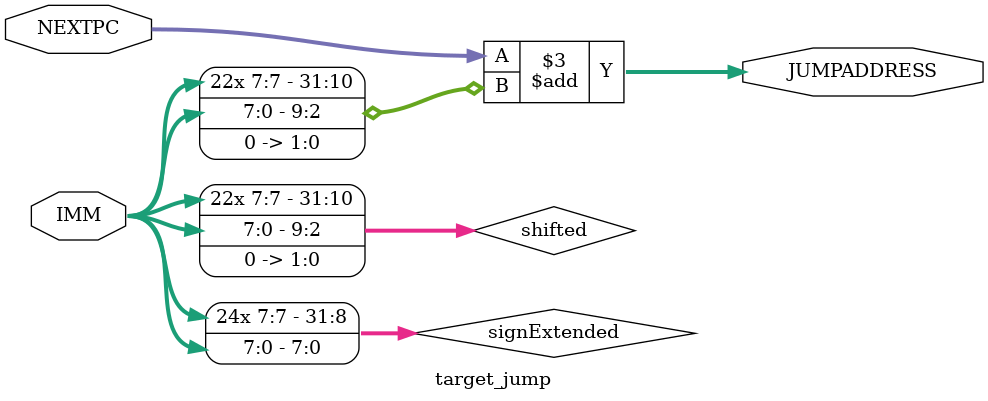
<source format=v>
`include "alu.v"
`include "reg_file.v"
`timescale 1ns/100ps
module cpu(PC, INSTRUCTION, CLK, RESET, READ, WRITE, WRITEDATA, ADDRESS, READDATA, BUSYWAIT);
    input BUSYWAIT;
    input [7:0] READDATA;
    input [31:0] INSTRUCTION;
    input CLK,RESET;
    output [31:0] PC;
    output [7:0] WRITEDATA, ADDRESS;
    output READ,WRITE;

    wire WRITEENABLE, ALUSRC, COMP, ZERO, BRANCH, ANDOUT, JUMP;
    wire [2:0] ALUOP;
    wire [7:0] REGOUT1, REGOUT2, COMP2MUX, MUX2MUX, MUX2ALU, REG2COMP, IMMCOMP, MUX5OUT;
    wire [31:0] NEXTPC, TARGETOUT, JUMPADDRESS, MUX3OUT, MUX4OUT;
    wire REGIN_SELECT;
    wire [7:0] REGIN;

    cpu_mux MUX5(INSTRUCTION[7:0], IMMCOMP, COMP, MUX5OUT);
    twos_complement IMMCOMPLIMENT(INSTRUCTION[7:0], IMMCOMP);
    twos_complement COMPLIMENT(REGOUT2, REG2COMP);
    cpu_mux MUX1(REGOUT2, REG2COMP, COMP, MUX2MUX);  //2s compliment and regout2
    cpu_mux MUX2(MUX2MUX, MUX5OUT, ALUSRC, MUX2ALU); //Immediate value and regout2
    pc_adder PC_ADDER(RESET, PC, NEXTPC, BUSYWAIT);
    control_unit CU(INSTRUCTION[31:24], WRITEENABLE, ALUOP, ALUSRC, COMP, BRANCH, JUMP, READ, WRITE, BUSYWAIT, REGIN_SELECT, CLK);
    regfile REG_FILE(REGIN, WRITEDATA, REGOUT2, INSTRUCTION[18:16], INSTRUCTION[10:8], INSTRUCTION[2:0], WRITEENABLE, CLK, RESET);
    alu ALU(WRITEDATA, MUX2ALU, ADDRESS, ALUOP, ZERO);
    and_gate AND_GATE(BRANCH, ZERO, INSTRUCTION[27], ANDOUT);
    target_Adder TARGET_ADDER(INSTRUCTION[23:16], NEXTPC, TARGETOUT);
    cpu_32mux MUX3(NEXTPC, TARGETOUT, ANDOUT, MUX3OUT);
    cpu_32mux MUX4(MUX3OUT, JUMPADDRESS, JUMP, MUX4OUT);
    target_jump JUMPMODULE(NEXTPC, INSTRUCTION[23:16], JUMPADDRESS);
    program_counter PC_MODULE(PC, MUX4OUT, CLK);
    //data_memory MEM_MODULE(CLK, RESET, READ, WRITE, ALURESULT, REGOUT1, READDATA, BUSYWAIT);
    cpu_mux MUX6(ADDRESS, READDATA, REGIN_SELECT, REGIN);
endmodule

module control_unit(OPCODE, WRITEENABLE, ALUOP, ALUSRC, REG2COMP, BRANCH, JUMP, READMEM, WRITEMEM, BUSYWAIT, REGIN_SELECT, CLK);
    input [7:0] OPCODE;
    input BUSYWAIT,CLK;
    output reg [2:0] ALUOP;
    output reg ALUSRC, REG2COMP, WRITEENABLE, BRANCH, JUMP, READMEM, WRITEMEM, REGIN_SELECT;
    reg READ,WRITE;
    initial begin
        BRANCH = 0;
        JUMP = 0;
        REG2COMP = 0;
        READMEM = 0;
        WRITEMEM = 0;
    end

    //always @(negedge BUSYWAIT) begin
        //READMEM <= 0;
        //WRITEMEM <= 0;
    //end

    always @(posedge CLK) begin
        #6;
        READMEM <= READ;
        WRITEMEM <= WRITE;
    end

    always @(OPCODE) begin

        case(OPCODE)
            //loadi
            8'b00000000:
                begin
                    ALUOP <= #1 3'b000;    // ALUOP - 000 for mov/loadi
                    WRITEENABLE <= #1 1'b1;    // need to write the value in the register
                    REG2COMP <= #1 1'b0;   // need immediate value without complementing it
                    ALUSRC <= #1 1'b1;    // 1 because we need to get the immediate value in the instruction
                    JUMP <= #1 1'b0;   // 0 because we don't need to jump
                    BRANCH <= #1 1'b0; // 0 because we don't need to branch
                    READ <= 1'b0;   
                    WRITE <= 1'b0;
                    REGIN_SELECT <= #1 1'b0;
                end

            //mov
            8'b00000001:
                begin
                    ALUOP <= #1 3'b000;         // ALUOP - 000 for mov/loadi
                    WRITEENABLE <= #1 1'b1;      // need to write the value in the register
                    REG2COMP <= #1 1'b0; // need value in reg2 without complementing it
                    ALUSRC <= #1 1'b0;    // 0 because we need to get the value in the register2
                    JUMP <= #1 1'b0;            // 0 because we don't need to jump
                    BRANCH <= #1 1'b0;          // 0 because we don't need to branch
                    READ <=  1'b0;   
                    WRITE <= 1'b0;
                    REGIN_SELECT <= #1 1'b0;
                end

            //ADD
            8'b00000010:
                begin
                    ALUOP <= #1 3'b001;         // ALUOP - 001 for add/sub
                    WRITEENABLE <= #1 1'b1;      // need to write the value in the register
                    REG2COMP <= #1 1'b0; // need value in reg2 without complementing it
                    ALUSRC <= #1 1'b0;    // 0 because we need to get the value in the register2
                    JUMP <= #1 1'b0;            // 0 because we don't need to jump
                    BRANCH <= #1 1'b0;          // 0 because we don't need to branch
                    READ <= 1'b0;   
                    WRITE <= 1'b0;
                    REGIN_SELECT <= #1 1'b0;
                end

            //SUB
            8'b00000011:
                begin
                    ALUOP <= #1 3'b001;        // ALUOP - 001 for add/sub
                    WRITEENABLE <= #1 1'b1;    // need to write the value in the register
                    REG2COMP <= #1 1'b1;       // need value in reg2 with complementing it
                    ALUSRC <= #1 1'b0;         // 0 because we need to get the value in the register2
                    JUMP <= #1 1'b0;           // 0 because we don't need to jump
                    BRANCH <= #1 1'b0;         // 0 because we don't need to branch
                    READ <= 1'b0;   
                    WRITE <= 1'b0;
                    REGIN_SELECT <= #1 1'b0;
                end

            //AND
            8'b00000100:
                begin
                    ALUOP <= #1 3'b010;         // ALUOP - 010 for and
                    WRITEENABLE <= #1 1'b1;      // need to write the value in the register
                    REG2COMP <= #1 1'b0; // need value in reg2 without complement it
                    ALUSRC <= #1 1'b0;    // 0 because we need to get the value in the register2
                    JUMP <= #1 1'b0;            // 0 because we don't need to jump
                    BRANCH <= #1 1'b0;          // 0 because we don't need to branch
                    READ <= 1'b0;   
                    WRITE <= 1'b0;
                    REGIN_SELECT <= #1 1'b0;
                end

            //OR
            8'b00000101:
                begin
                    ALUOP <= #1 3'b011;         // ALUOP - 011 for or
                    WRITEENABLE <= #1 1'b1;      // need to write the value in the register
                    REG2COMP <= #1 1'b0; // need value in reg2 without complement it
                    ALUSRC <= #1 1'b0;    // 1 because we need to get the value in the register2
                    JUMP <= #1 1'b0;            // 0 because we don't need to jump
                    BRANCH <= #1 1'b0;          // 0 because we don't need to branch
                    READ <= 1'b0;   
                    WRITE <= 1'b0;
                    REGIN_SELECT <= #1 1'b0;
                end

            //JUMP
            8'b00000110:
                begin
                    ALUOP <= #1 3'bxxx;         // ALUOP - xxx for jump
                    WRITEENABLE <= #1 1'b0;      // no value to write in the register
                    REG2COMP <= #1 1'b0; // don't need value any value
                    ALUSRC <= #1 1'b1;    // 0 because we need to get the value in the register2
                    JUMP <= #1 1'b1;            // 1 because we do need to jump
                    BRANCH <= #1 1'b0;          // 0 because we don't need to branch
                    READ <= 1'b0;   
                    WRITE <= 1'b0;
                    REGIN_SELECT <= #1 1'bx;
                end

            //BEQ
            8'b00000111:
                begin
                    ALUOP <= #1 3'bxxx;         // ALUOP - xxx for brach - check if equal - zero flag
                    WRITEENABLE <= #1 1'b0;      // no value to write in the register
                    REG2COMP <= #1 1'b1; // need to complement the value in reg2
                    ALUSRC <= #1 1'b0;    // 0 because we need to get the value in the register2
                    JUMP <= #1 1'b0;            // 0 because we don't need to jump
                    BRANCH <= #1 1'b1;          // 1 because we do need to branch
                    READ <= 1'b0;   
                    WRITE <= 1'b0;
                    REGIN_SELECT <= #1 1'bx;
                end
            //MULT
            8'b00001000:
                begin
                    ALUOP <= #1 3'b100;         // ALUOP - 001 for brach - check if equal - zero flag
                    WRITEENABLE <= #1 1'b1;      // neet to write value to the register
                    REG2COMP <= #1 1'b0; // no need to complement the value in reg2
                    ALUSRC <= #1 1'b0;    // 0 because we need to get the value in the register2
                    JUMP <= #1 1'b0;            // 0 because we don't need to jump
                    BRANCH <= #1 1'b0;          // 0 because we don't need to branch
                    READ <= 1'b0;   
                    WRITE <= 1'b0;
                    REGIN_SELECT <= #1 1'bx;
                end
            //SHIFT LEFT
            8'b00001001:
                begin
                    ALUOP <= #1 3'b101;         // ALUOP - 001 for brach - check if equal - zero flag
                    WRITEENABLE <= #1 1'b1;      // neet to write value to the register
                    REG2COMP <= #1 1'b0; // no need to complement the value in reg2
                    ALUSRC <= #1 1'b1;    // 1 because we need to get the immediate value
                    JUMP <= #1 1'b0;            // 0 because we don't need to jump
                    BRANCH <= #1 1'b0;          // 0 because we don't need to branch
                    READ <= 1'b0;   
                    WRITE <= 1'b0;
                    REGIN_SELECT <= #1 1'bx;
                end
            //SHIFT RIGHT
            8'b00001010:
                begin
                    ALUOP <= #1 3'b101;         // ALUOP - 001 for brach - check if equal - zero flag
                    WRITEENABLE <= #1 1'b1;      // neet to write value to the register
                    REG2COMP <= #1 1'b1; // need to complement immediate value
                    ALUSRC <= #1 1'b1;    // 0 because we need to get the value in the register2
                    JUMP <= #1 1'b0;            // 0 because we don't need to jump
                    BRANCH <= #1 1'b0;          // 0 because we don't need to branch
                    READ <= 1'b0;   
                    WRITE <= 1'b0;
                    REGIN_SELECT <= #1 1'bx;
                end
            //ARITHMETIC SHIFT RIGHT
            8'b00001011:
                begin
                    ALUOP <= #1 3'b110;        // ALUOP - 001 for brach - check if equal - zero flag
                    WRITEENABLE <= #1 1'b1;    // need to write value to the register
                    REG2COMP <= #1 1'b0;       // no need to complement the immediate value
                    ALUSRC <= #1 1'b1;         // 0 because we need to get the value in the register2
                    JUMP <= #1 1'b0;           // 0 because we don't need to jump
                    BRANCH <= #1 1'b0;         // 0 because we don't need to branch
                    READ <= 1'b0;   
                    WRITE <= 1'b0;
                    REGIN_SELECT <= #1 1'bx;
                end
            //ROTATE RIGHT
            8'b00001100:
                begin
                    ALUOP <= #1 3'b111;        // ALUOP - 111 for rotate
                    WRITEENABLE <= #1 1'b1;    // need to write value to the register
                    REG2COMP <= #1 1'b0;       // no need to complement the immediate value
                    ALUSRC <= #1 1'b1;         // 0 because we need to get the value in the register2
                    JUMP <= #1 1'b0;           // 0 because we don't need to jump
                    BRANCH <= #1 1'b0;         // 0 because we don't need to branch
                    READ <= 1'b0;   
                    WRITE <= 1'b0;
                    REGIN_SELECT <= #1 1'bx;
                end
            //BNE
            8'b00001101:
                begin
                    ALUOP <= #1 3'bxxx;        // ALUOP - xxx for branch - check if not equal - zero flag
                    WRITEENABLE <= #1 1'b0;    // no need to write value to the register
                    REG2COMP <= #1 1'b1;       // no need to complement the immediate value
                    ALUSRC <= #1 1'b0;         // 0 because we need to get the value in the register2
                    JUMP <= #1 1'b0;           // 0 because we don't need to jump
                    BRANCH <= #1 1'b1;         // 1 because we need to branch
                    READ <= 1'b0;   
                    WRITE <= 1'b0;
                    REGIN_SELECT <= #1 1'bx;
                end
            //lwd
            8'b00001110:
                begin
                    ALUOP <= #1 3'b000;        // ALUOP - Forward
                    WRITEENABLE <= #1 1'b1;    // need to write value to the register
                    REG2COMP <= #1 1'b0;       // no need to complement the immediate value
                    ALUSRC <= #1 1'b0;         // 0 because we need to get the value in the register2
                    JUMP <= #1 1'b0;           // 0 because we don't need to jump
                    BRANCH <= #1 1'b0;         // 0 because we don't need to branch
                    READ <= 1'b1;
                    WRITE <= 1'b0;
                    REGIN_SELECT <= #1 1'b1;
                end
            //lwi
            8'b00001111:
                begin
                    ALUOP <= #1 3'b000;        // ALUOP - Forward
                    WRITEENABLE <= #1 1'b1;    // need to write value to the register
                    REG2COMP <= #1 1'b0;       // no need to complement the immediate value
                    ALUSRC <= #1 1'b1;         // 0 because we need to get the value in the register2
                    JUMP <= #1 1'b0;           // 0 because we don't need to jump
                    BRANCH <= #1 1'b0;         // 0 because we don't need to branch
                    READ <= 1'b1;
                    WRITE <= 1'b0;
                    REGIN_SELECT <= #1 1'b1;
                end
            //swd
            8'b00010000:
                begin
                    ALUOP <= #1 3'b000;        // ALUOP - xxx for branch - check if not equal - zero flag
                    WRITEENABLE <= #1 1'b0;    // no need to write value to the register
                    REG2COMP <= #1 1'b0;       // no need to complement the immediate value
                    ALUSRC <= #1 1'b0;         // 0 because we need to get the value in the register2
                    JUMP <= #1 1'b0;           // 0 because we don't need to jump
                    BRANCH <= #1 1'b0;         // 0 because we don't need to branch
                    READ <= 1'b0;   
                    WRITE <= 1'b1;
                    REGIN_SELECT <= #1 1'bx;
                end
            //swi
            8'b00010001:
                begin
                    ALUOP <= #1 3'b000;        // ALUOP - xxx for branch - check if not equal - zero flag
                    WRITEENABLE <= #1 1'b0;    // no need to write value to the register
                    REG2COMP <= #1 1'b0;       // no need to complement the immediate value
                    ALUSRC <= #1 1'b1;         // 0 because we need to get the value in the register2
                    JUMP <= #1 1'b0;           // 0 because we don't need to jump
                    BRANCH <= #1 1'b0;         // 0 because we don't need to branch
                    READ <= 1'b0;   
                    WRITE <= 1'b1;
                    REGIN_SELECT <= #1 1'bx;
                end
        endcase
    end
endmodule

module cpu_mux(IN0, IN1, MUXSELECT, MUXOUT);
    input [7:0] IN0, IN1;
    input MUXSELECT;
    output reg [7:0] MUXOUT;

    always @(*)
    begin
        case(MUXSELECT)
            1: MUXOUT = IN1;
            0: MUXOUT = IN0;
        endcase
    end
endmodule

module cpu_32mux(IN0, IN1, MUXSELECT, MUXOUT);
    input [31:0] IN0, IN1;
    input MUXSELECT;
    output reg [31:0] MUXOUT;

    always @(*)
    begin
        case(MUXSELECT)
            1: MUXOUT = IN1;
            0: MUXOUT = IN0;
        endcase
    end
endmodule

module twos_complement(IN, OUT);
    input [7:0] IN;
    output [7:0] OUT;
    assign OUT = ~IN + 1;
endmodule

module pc_adder(RESET, CURRENTPC, NEXTPC, BUSYWAIT);
    input  RESET;
    input [31:0] CURRENTPC;
    input BUSYWAIT;
    output reg [31:0] NEXTPC;
    always @(*)
    begin
        case(RESET)
            1:NEXTPC= 0;
            0:
                case(BUSYWAIT)
                    1: NEXTPC = CURRENTPC;
                    0: NEXTPC = CURRENTPC+4;
                endcase
        endcase
    end
endmodule

module program_counter(CURRENTPC, NEWPC, CLK);
    input [31:0] NEWPC;
    input CLK;
    output reg [31:0] CURRENTPC;
    always @(posedge CLK)
        CURRENTPC = #1 NEWPC;
endmodule

module and_gate(IN1, IN2, IN3, OUT);
    input IN1, IN2, IN3;
    output OUT;
    assign OUT = (IN1 & ((IN2 & ~IN3) | (~IN2 & IN3))) ? 1 : 0;
endmodule

module target_Adder(IMM, NEXTPC, OUT);

    input signed [7:0] IMM;
    input [31:0] NEXTPC;
    output reg [31:0] OUT;
   
    reg [31:0] signExtended;
    reg [31:0] shifted;

    always @(IMM) 
    begin
        signExtended = { {24{IMM[7]}} , IMM[7:0]};
        shifted = signExtended << 2;
        #2 OUT = NEXTPC + shifted;
    end
endmodule

module target_jump(NEXTPC, IMM, JUMPADDRESS);
    input [31:0] NEXTPC;
    input [7:0] IMM;
    output reg [31:0] JUMPADDRESS;

    reg [31:0] signExtended;
    reg [31:0] shifted;

    always @(IMM) 
    begin
        signExtended = { {24{IMM[7]}} , IMM[7:0]};
        shifted = signExtended << 2;
        #2 JUMPADDRESS = NEXTPC + shifted;
    end
endmodule

</source>
